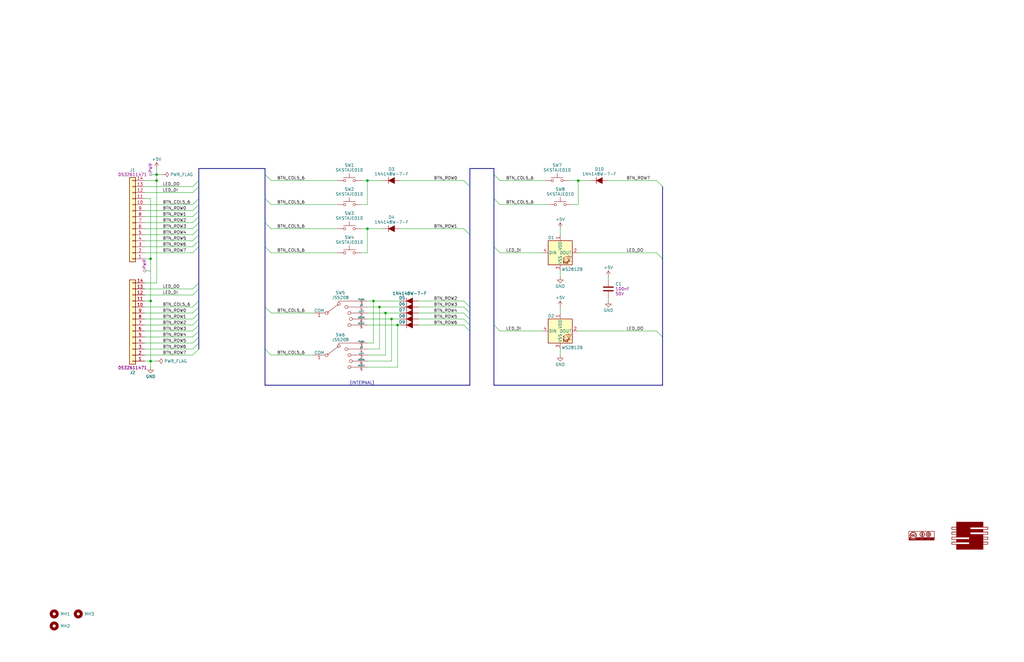
<source format=kicad_sch>
(kicad_sch (version 20230121) (generator eeschema)
  (paper "USLedger")
  (title_block (title "DIY GT Wheel Side Buttons Board") (date "2023-06-28") (rev "1.0a") (company "Electronya") (comment 1 "ENYA-SIMR-GTWL-PCSB"))
  (lib_symbols
    (symbol "ENYA_Bitmap:CC-BY-SA_Logo" (pin_names (offset 1.016)) (in_bom no))
    (symbol "ENYA_Bitmap:Electronya_Logo" (pin_names (offset 1.016)))
    (symbol "ENYA_Cap_Smd_50V:100nF_CER_0603_50V" (pin_numbers hide) (pin_names (offset 0.254))
      (property "Reference" "C" (at 0.635 2.54 0))
      (property "Capacitance" "100nF" (at 3.81 -2.54 0))
      (property "Voltage Rating" "50V" (at 0 0 0))
      (symbol "100nF_CER_0603_50V_1_1"
        (pin passive line (at 0 3.81 270) (length 2.794) (name "~") (number "1"))
        (pin passive line (at 0 -3.81 90) (length 2.794) (name "~") (number "2"))
      )
    )
    (symbol "ENYA_Connector_PicoBlade:PICO_BLADE_1x14_MALE_RA_SMD" (pin_names (offset 1.016) hide)
      (property "Reference" "J" (at 0 17.78 0))
      (property "Manufacturer Part Number" "0532611471" (at 0 0 0))
      (symbol "PICO_BLADE_1x14_MALE_RA_SMD_1_1"
        (pin passive line (at -5.08 15.24 0) (length 3.81) (name "Pin_1") (number "1"))
        (pin passive line (at -5.08 -7.62 0) (length 3.81) (name "Pin_10") (number "10"))
        (pin passive line (at -5.08 -10.16 0) (length 3.81) (name "Pin_11") (number "11"))
        (pin passive line (at -5.08 -12.7 0) (length 3.81) (name "Pin_12") (number "12"))
        (pin passive line (at -5.08 -15.24 0) (length 3.81) (name "Pin_13") (number "13"))
        (pin passive line (at -5.08 -17.78 0) (length 3.81) (name "Pin_14") (number "14"))
        (pin passive line (at -5.08 12.7 0) (length 3.81) (name "Pin_2") (number "2"))
        (pin passive line (at -5.08 10.16 0) (length 3.81) (name "Pin_3") (number "3"))
        (pin passive line (at -5.08 7.62 0) (length 3.81) (name "Pin_4") (number "4"))
        (pin passive line (at -5.08 5.08 0) (length 3.81) (name "Pin_5") (number "5"))
        (pin passive line (at -5.08 2.54 0) (length 3.81) (name "Pin_6") (number "6"))
        (pin passive line (at -5.08 0 0) (length 3.81) (name "Pin_7") (number "7"))
        (pin passive line (at -5.08 -2.54 0) (length 3.81) (name "Pin_8") (number "8"))
        (pin passive line (at -5.08 -5.08 0) (length 3.81) (name "Pin_9") (number "9"))
      )
    )
    (symbol "ENYA_Diode_LED:WS2812B" (pin_names (offset 0.254))
      (property "Reference" "D" (at 5.08 5.715 0))
      (property "Value" "WS2812B" (at 1.27 -5.715 0))
      (symbol "WS2812B_0_0"
        (text "RGB" (at 2.286 -4.191 0) (effects (font (size 0.762 0.762))))
      )
      (symbol "WS2812B_1_1"
        (pin power_in line (at 0 7.62 270) (length 2.54) (name "VDD") (number "1"))
        (pin output line (at 7.62 0 180) (length 2.54) (name "DOUT") (number "2"))
        (pin power_in line (at 0 -7.62 90) (length 2.54) (name "VSS") (number "3"))
        (pin input line (at -7.62 0 0) (length 2.54) (name "DIN") (number "4"))
      )
    )
    (symbol "ENYA_Diode_Rectifier:1N4148W-7-F_SOD-123" (pin_numbers hide) (pin_names (offset 1.016) hide)
      (property "Reference" "D" (at 0 2.54 0))
      (property "Value" "1N4148W-7-F" (at 0 -2.54 0))
      (symbol "1N4148W-7-F_SOD-123_1_1"
        (pin passive line (at -3.81 0 0) (length 2.54) (name "K") (number "1"))
        (pin passive line (at 3.81 0 180) (length 2.54) (name "A") (number "2"))
      )
    )
    (symbol "ENYA_Mechanical:MH-NPLTD-M3" (pin_names (offset 1.016)) (in_bom no)
      (property "Reference" "MH" (at 0 3.175 0))
    )
    (symbol "ENYA_Switch_Directional:JS5208_4_DIR_1_PUSH" (pin_names (offset 0))
      (property "Reference" "SW" (at 0 7.62 0))
      (property "Value" "JS5208" (at 0 -7.62 0))
      (symbol "JS5208_4_DIR_1_PUSH_1_1"
        (pin passive line (at -10.16 0 0) (length 5.08) (name "COM") (number "1"))
        (pin passive line (at 12.7 0 180) (length 5.08) (name "LEFT") (number "2"))
        (pin passive line (at 12.7 5.08 180) (length 5.08) (name "PUSH") (number "3"))
        (pin passive line (at 12.7 2.54 180) (length 5.08) (name "UP") (number "4"))
        (pin passive line (at 12.7 -5.08 180) (length 5.08) (name "RIGHT") (number "5"))
        (pin passive line (at 12.7 -2.54 180) (length 5.08) (name "DOWN") (number "6"))
      )
    )
    (symbol "ENYA_Switch_Push:SKSTAJE010_Tactile_7N" (pin_numbers hide) (pin_names (offset 1.016) hide)
      (property "Reference" "SW" (at 1.27 2.54 0))
      (property "Value" "SKSTAJE010" (at 0 -1.524 0))
      (symbol "SKSTAJE010_Tactile_7N_0_1"
        (pin passive line (at -5.08 0 0) (length 2.54) (name "1") (number "1"))
        (pin passive line (at 5.08 0 180) (length 2.54) (name "2") (number "2"))
      )
    )
    (symbol "power:+5V" (power) (pin_names (offset 0))
      (property "Value" "+5V" (at 0 3.556 0))
      (symbol "+5V_1_1"
        (pin power_in line (at 0 0 90) (length 0) hide (name "+5V") (number "1"))
      )
    )
    (symbol "power:GND" (power) (pin_names (offset 0))
      (property "Value" "GND" (at 0 -3.81 0))
      (symbol "GND_1_1"
        (pin power_in line (at 0 0 270) (length 0) hide (name "GND") (number "1"))
      )
    )
    (symbol "power:PWR_FLAG" (power) (pin_numbers hide) (pin_names (offset 0) hide)
      (property "Value" "PWR_FLAG" (at 0 3.81 0))
      (symbol "PWR_FLAG_0_0"
        (pin power_out line (at 0 0 90) (length 0) (name "pwr") (number "1"))
      )
    )
  )
  (bus_alias "INTERNAL" (members "LED_DI" "LED_DO" "BTN_COL5_6" "BTN_ROW0" "BTN_ROW1" "BTN_ROW2" "BTN_ROW3" "BTN_ROW4" "BTN_ROW5" "BTN_ROW6" "BTN_ROW7"))
  (junction (at 165.1 134.62))
  (junction (at 157.48 127))
  (junction (at 66.04 76.2))
  (junction (at 243.84 76.2))
  (junction (at 154.94 76.2))
  (junction (at 162.56 132.08))
  (junction (at 66.04 73.66))
  (junction (at 63.5 109.22))
  (junction (at 63.5 127))
  (junction (at 160.02 129.54))
  (junction (at 154.94 96.52))
  (junction (at 167.64 137.16))
  (junction (at 63.5 152.4))
  (bus_entry (at 276.86 139.7) (size 2.54 2.54))
  (bus_entry (at 208.28 83.82) (size 2.54 2.54))
  (bus_entry (at 111.76 129.54) (size 2.54 2.54))
  (bus_entry (at 195.58 132.08) (size 2.54 2.54))
  (bus_entry (at 195.58 127) (size 2.54 2.54))
  (bus_entry (at 111.76 83.82) (size 2.54 2.54))
  (bus_entry (at 81.28 134.62) (size 2.54 -2.54))
  (bus_entry (at 195.58 96.52) (size 2.54 2.54))
  (bus_entry (at 195.58 129.54) (size 2.54 2.54))
  (bus_entry (at 195.58 134.62) (size 2.54 2.54))
  (bus_entry (at 208.28 104.14) (size 2.54 2.54))
  (bus_entry (at 81.28 147.32) (size 2.54 -2.54))
  (bus_entry (at 81.28 137.16) (size 2.54 -2.54))
  (bus_entry (at 81.28 91.44) (size 2.54 -2.54))
  (bus_entry (at 276.86 106.68) (size 2.54 2.54))
  (bus_entry (at 81.28 104.14) (size 2.54 -2.54))
  (bus_entry (at 208.28 73.66) (size 2.54 2.54))
  (bus_entry (at 81.28 144.78) (size 2.54 -2.54))
  (bus_entry (at 81.28 142.24) (size 2.54 -2.54))
  (bus_entry (at 81.28 101.6) (size 2.54 -2.54))
  (bus_entry (at 81.28 78.74) (size 2.54 -2.54))
  (bus_entry (at 276.86 76.2) (size 2.54 2.54))
  (bus_entry (at 208.28 137.16) (size 2.54 2.54))
  (bus_entry (at 81.28 124.46) (size 2.54 -2.54))
  (bus_entry (at 81.28 132.08) (size 2.54 -2.54))
  (bus_entry (at 81.28 106.68) (size 2.54 -2.54))
  (bus_entry (at 81.28 96.52) (size 2.54 -2.54))
  (bus_entry (at 81.28 121.92) (size 2.54 -2.54))
  (bus_entry (at 81.28 86.36) (size 2.54 -2.54))
  (bus_entry (at 195.58 76.2) (size 2.54 2.54))
  (bus_entry (at 81.28 88.9) (size 2.54 -2.54))
  (bus_entry (at 111.76 93.98) (size 2.54 2.54))
  (bus_entry (at 111.76 104.14) (size 2.54 2.54))
  (bus_entry (at 195.58 137.16) (size 2.54 2.54))
  (bus_entry (at 81.28 81.28) (size 2.54 -2.54))
  (bus_entry (at 81.28 99.06) (size 2.54 -2.54))
  (bus_entry (at 81.28 139.7) (size 2.54 -2.54))
  (bus_entry (at 111.76 147.32) (size 2.54 2.54))
  (bus_entry (at 81.28 129.54) (size 2.54 -2.54))
  (bus_entry (at 81.28 149.86) (size 2.54 -2.54))
  (bus_entry (at 111.76 73.66) (size 2.54 2.54))
  (bus_entry (at 81.28 93.98) (size 2.54 -2.54))
  (wire (pts (xy 63.5 152.4) (xy 63.5 154.94)))
  (wire (pts (xy 210.82 86.36) (xy 231.14 86.36)))
  (bus (pts (xy 83.82 147.32) (xy 83.82 144.78)))
  (wire (pts (xy 168.91 96.52) (xy 195.58 96.52)))
  (bus (pts (xy 208.28 137.16) (xy 208.28 162.56)))
  (wire (pts (xy 60.96 127) (xy 63.5 127)))
  (bus (pts (xy 83.82 88.9) (xy 83.82 86.36)))
  (wire (pts (xy 60.96 121.92) (xy 81.28 121.92)))
  (wire (pts (xy 154.94 129.54) (xy 160.02 129.54)))
  (wire (pts (xy 60.96 86.36) (xy 81.28 86.36)))
  (wire (pts (xy 60.96 81.28) (xy 81.28 81.28)))
  (wire (pts (xy 154.94 137.16) (xy 167.64 137.16)))
  (bus (pts (xy 83.82 96.52) (xy 83.82 93.98)))
  (wire (pts (xy 157.48 144.78) (xy 157.48 127)))
  (wire (pts (xy 63.5 109.22) (xy 63.5 127)))
  (wire (pts (xy 152.4 106.68) (xy 154.94 106.68)))
  (bus (pts (xy 83.82 101.6) (xy 83.82 99.06)))
  (wire (pts (xy 63.5 152.4) (xy 66.04 152.4)))
  (bus (pts (xy 279.4 78.74) (xy 279.4 109.22)))
  (wire (pts (xy 210.82 76.2) (xy 229.87 76.2)))
  (bus (pts (xy 83.82 121.92) (xy 83.82 119.38)))
  (wire (pts (xy 66.04 76.2) (xy 66.04 119.38)))
  (wire (pts (xy 60.96 109.22) (xy 63.5 109.22)))
  (wire (pts (xy 60.96 78.74) (xy 81.28 78.74)))
  (wire (pts (xy 63.5 83.82) (xy 63.5 109.22)))
  (wire (pts (xy 165.1 152.4) (xy 165.1 134.62)))
  (wire (pts (xy 60.96 93.98) (xy 81.28 93.98)))
  (wire (pts (xy 154.94 134.62) (xy 165.1 134.62)))
  (wire (pts (xy 236.22 129.54) (xy 236.22 132.08)))
  (bus (pts (xy 83.82 127) (xy 83.82 121.92)))
  (wire (pts (xy 256.54 76.2) (xy 276.86 76.2)))
  (wire (pts (xy 243.84 76.2) (xy 243.84 86.36)))
  (wire (pts (xy 160.02 129.54) (xy 168.91 129.54)))
  (bus (pts (xy 83.82 93.98) (xy 83.82 91.44)))
  (bus (pts (xy 83.82 78.74) (xy 83.82 76.2)))
  (wire (pts (xy 236.22 96.52) (xy 236.22 99.06)))
  (wire (pts (xy 60.96 83.82) (xy 63.5 83.82)))
  (wire (pts (xy 154.94 152.4) (xy 165.1 152.4)))
  (bus (pts (xy 83.82 132.08) (xy 83.82 129.54)))
  (wire (pts (xy 60.96 142.24) (xy 81.28 142.24)))
  (bus (pts (xy 83.82 71.12) (xy 111.76 71.12)))
  (bus (pts (xy 279.4 109.22) (xy 279.4 142.24)))
  (wire (pts (xy 60.96 152.4) (xy 63.5 152.4)))
  (wire (pts (xy 66.04 119.38) (xy 60.96 119.38)))
  (bus (pts (xy 83.82 142.24) (xy 83.82 139.7)))
  (wire (pts (xy 66.04 73.66) (xy 68.58 73.66)))
  (bus (pts (xy 111.76 93.98) (xy 111.76 104.14)))
  (wire (pts (xy 162.56 149.86) (xy 162.56 132.08)))
  (wire (pts (xy 152.4 76.2) (xy 154.94 76.2)))
  (wire (pts (xy 154.94 144.78) (xy 157.48 144.78)))
  (wire (pts (xy 60.96 139.7) (xy 81.28 139.7)))
  (bus (pts (xy 208.28 104.14) (xy 208.28 137.16)))
  (bus (pts (xy 83.82 91.44) (xy 83.82 88.9)))
  (bus (pts (xy 83.82 134.62) (xy 83.82 132.08)))
  (bus (pts (xy 111.76 104.14) (xy 111.76 129.54)))
  (wire (pts (xy 60.96 106.68) (xy 81.28 106.68)))
  (wire (pts (xy 60.96 129.54) (xy 81.28 129.54)))
  (wire (pts (xy 114.3 86.36) (xy 142.24 86.36)))
  (wire (pts (xy 154.94 147.32) (xy 160.02 147.32)))
  (bus (pts (xy 83.82 86.36) (xy 83.82 83.82)))
  (wire (pts (xy 167.64 137.16) (xy 168.91 137.16)))
  (wire (pts (xy 114.3 76.2) (xy 142.24 76.2)))
  (wire (pts (xy 66.04 73.66) (xy 66.04 76.2)))
  (wire (pts (xy 157.48 127) (xy 168.91 127)))
  (wire (pts (xy 236.22 147.32) (xy 236.22 149.86)))
  (bus (pts (xy 111.76 73.66) (xy 111.76 83.82)))
  (bus (pts (xy 198.12 137.16) (xy 198.12 134.62)))
  (bus (pts (xy 198.12 71.12) (xy 208.28 71.12)))
  (bus (pts (xy 83.82 104.14) (xy 83.82 101.6)))
  (wire (pts (xy 60.96 137.16) (xy 81.28 137.16)))
  (bus (pts (xy 83.82 119.38) (xy 83.82 104.14)))
  (wire (pts (xy 241.3 86.36) (xy 243.84 86.36)))
  (bus (pts (xy 198.12 129.54) (xy 198.12 99.06)))
  (bus (pts (xy 83.82 144.78) (xy 83.82 142.24)))
  (wire (pts (xy 114.3 96.52) (xy 142.24 96.52)))
  (wire (pts (xy 60.96 88.9) (xy 81.28 88.9)))
  (wire (pts (xy 152.4 86.36) (xy 154.94 86.36)))
  (wire (pts (xy 236.22 114.3) (xy 236.22 116.84)))
  (wire (pts (xy 176.53 127) (xy 195.58 127)))
  (bus (pts (xy 83.82 99.06) (xy 83.82 96.52)))
  (wire (pts (xy 60.96 147.32) (xy 81.28 147.32)))
  (bus (pts (xy 111.76 162.56) (xy 198.12 162.56)))
  (bus (pts (xy 111.76 129.54) (xy 111.76 147.32)))
  (bus (pts (xy 83.82 137.16) (xy 83.82 134.62)))
  (wire (pts (xy 162.56 132.08) (xy 168.91 132.08)))
  (wire (pts (xy 243.84 139.7) (xy 276.86 139.7)))
  (bus (pts (xy 83.82 139.7) (xy 83.82 137.16)))
  (wire (pts (xy 114.3 106.68) (xy 142.24 106.68)))
  (wire (pts (xy 176.53 132.08) (xy 195.58 132.08)))
  (bus (pts (xy 208.28 83.82) (xy 208.28 104.14)))
  (wire (pts (xy 60.96 149.86) (xy 81.28 149.86)))
  (bus (pts (xy 83.82 83.82) (xy 83.82 78.74)))
  (wire (pts (xy 176.53 137.16) (xy 195.58 137.16)))
  (wire (pts (xy 160.02 147.32) (xy 160.02 129.54)))
  (wire (pts (xy 60.96 132.08) (xy 81.28 132.08)))
  (wire (pts (xy 154.94 154.94) (xy 167.64 154.94)))
  (wire (pts (xy 114.3 132.08) (xy 132.08 132.08)))
  (wire (pts (xy 154.94 127) (xy 157.48 127)))
  (wire (pts (xy 165.1 134.62) (xy 168.91 134.62)))
  (wire (pts (xy 114.3 149.86) (xy 132.08 149.86)))
  (bus (pts (xy 208.28 71.12) (xy 208.28 73.66)))
  (bus (pts (xy 111.76 147.32) (xy 111.76 162.56)))
  (wire (pts (xy 66.04 71.12) (xy 66.04 73.66)))
  (wire (pts (xy 63.5 127) (xy 63.5 152.4)))
  (wire (pts (xy 256.54 125.73) (xy 256.54 127)))
  (bus (pts (xy 111.76 71.12) (xy 111.76 73.66)))
  (wire (pts (xy 154.94 76.2) (xy 154.94 86.36)))
  (wire (pts (xy 60.96 134.62) (xy 81.28 134.62)))
  (bus (pts (xy 111.76 83.82) (xy 111.76 93.98)))
  (wire (pts (xy 256.54 116.84) (xy 256.54 118.11)))
  (wire (pts (xy 210.82 139.7) (xy 228.6 139.7)))
  (wire (pts (xy 176.53 134.62) (xy 195.58 134.62)))
  (wire (pts (xy 60.96 104.14) (xy 81.28 104.14)))
  (wire (pts (xy 60.96 101.6) (xy 81.28 101.6)))
  (bus (pts (xy 198.12 139.7) (xy 198.12 137.16)))
  (bus (pts (xy 198.12 78.74) (xy 198.12 71.12)))
  (wire (pts (xy 167.64 154.94) (xy 167.64 137.16)))
  (bus (pts (xy 83.82 129.54) (xy 83.82 127)))
  (wire (pts (xy 210.82 106.68) (xy 228.6 106.68)))
  (bus (pts (xy 198.12 132.08) (xy 198.12 129.54)))
  (wire (pts (xy 154.94 132.08) (xy 162.56 132.08)))
  (bus (pts (xy 198.12 162.56) (xy 198.12 139.7)))
  (wire (pts (xy 60.96 99.06) (xy 81.28 99.06)))
  (bus (pts (xy 279.4 142.24) (xy 279.4 162.56)))
  (bus (pts (xy 198.12 134.62) (xy 198.12 132.08)))
  (wire (pts (xy 243.84 106.68) (xy 276.86 106.68)))
  (bus (pts (xy 208.28 73.66) (xy 208.28 83.82)))
  (wire (pts (xy 152.4 96.52) (xy 154.94 96.52)))
  (wire (pts (xy 240.03 76.2) (xy 243.84 76.2)))
  (wire (pts (xy 243.84 76.2) (xy 248.92 76.2)))
  (bus (pts (xy 198.12 99.06) (xy 198.12 78.74)))
  (bus (pts (xy 83.82 76.2) (xy 83.82 71.12)))
  (wire (pts (xy 154.94 76.2) (xy 161.29 76.2)))
  (wire (pts (xy 60.96 144.78) (xy 81.28 144.78)))
  (bus (pts (xy 208.28 162.56) (xy 279.4 162.56)))
  (wire (pts (xy 154.94 96.52) (xy 161.29 96.52)))
  (wire (pts (xy 60.96 96.52) (xy 81.28 96.52)))
  (wire (pts (xy 154.94 96.52) (xy 154.94 106.68)))
  (wire (pts (xy 176.53 129.54) (xy 195.58 129.54)))
  (wire (pts (xy 60.96 76.2) (xy 66.04 76.2)))
  (wire (pts (xy 154.94 149.86) (xy 162.56 149.86)))
  (wire (pts (xy 60.96 124.46) (xy 81.28 124.46)))
  (wire (pts (xy 168.91 76.2) (xy 195.58 76.2)))
  (wire (pts (xy 60.96 91.44) (xy 81.28 91.44)))
  (label "{INTERNAL}" (at 147.32 162.56 0))
  (label "BTN_COL5_6" (at 116.84 149.86 0))
  (label "BTN_ROW0" (at 68.58 88.9 0))
  (label "BTN_ROW3" (at 182.88 129.54 0))
  (label "BTN_ROW4" (at 68.58 142.24 0))
  (label "BTN_ROW2" (at 182.88 127 0))
  (label "BTN_COL5_6" (at 116.84 76.2 0))
  (label "BTN_ROW3" (at 68.58 139.7 0))
  (label "BTN_COL5_6" (at 68.58 86.36 0))
  (label "BTN_COL5_6" (at 116.84 96.52 0))
  (label "BTN_ROW6" (at 182.88 137.16 0))
  (label "BTN_ROW7" (at 264.16 76.2 0))
  (label "BTN_ROW1" (at 68.58 91.44 0))
  (label "BTN_COL5_6" (at 116.84 106.68 0))
  (label "LED_DO" (at 68.58 78.74 0))
  (label "LED_DI" (at 68.58 124.46 0))
  (label "BTN_ROW7" (at 68.58 149.86 0))
  (label "BTN_COL5_6" (at 116.84 132.08 0))
  (label "BTN_COL5_6" (at 213.36 76.2 0))
  (label "LED_DO" (at 68.58 121.92 0))
  (label "LED_DO" (at 264.16 106.68 0))
  (label "BTN_ROW4" (at 68.58 99.06 0))
  (label "BTN_COL5_6" (at 213.36 86.36 0))
  (label "LED_DI" (at 68.58 81.28 0))
  (label "BTN_ROW2" (at 68.58 93.98 0))
  (label "BTN_ROW1" (at 68.58 134.62 0))
  (label "BTN_ROW5" (at 182.88 134.62 0))
  (label "BTN_ROW3" (at 68.58 96.52 0))
  (label "BTN_ROW0" (at 68.58 132.08 0))
  (label "BTN_ROW6" (at 68.58 147.32 0))
  (label "LED_DO" (at 264.16 139.7 0))
  (label "BTN_ROW5" (at 68.58 101.6 0))
  (label "LED_DI" (at 213.36 139.7 0))
  (label "BTN_ROW6" (at 68.58 104.14 0))
  (label "BTN_COL5_6" (at 116.84 86.36 0))
  (label "BTN_ROW5" (at 68.58 144.78 0))
  (label "BTN_ROW4" (at 182.88 132.08 0))
  (label "BTN_ROW2" (at 68.58 137.16 0))
  (label "BTN_COL5_6" (at 68.58 129.54 0))
  (label "BTN_ROW7" (at 68.58 106.68 0))
  (label "BTN_ROW0" (at 182.88 76.2 0))
  (label "BTN_ROW1" (at 182.88 96.52 0))
  (label "LED_DI" (at 213.36 106.68 0))
  (netclass_flag "" (length 2.54) (shape round) (at 63.5 114.3 90) (property "Netclass" "PWR" (at 60.96 113.6904 90) (effects (font italic) (justify left))))
  (netclass_flag "" (length 2.54) (shape round) (at 66.04 73.66 90) (property "Netclass" "PWR" (at 63.5 73.0504 90) (effects (font italic) (justify left))))
  (symbol (lib_id "power:GND") (at 236.22 116.84 0) (unit 1)
    (property "Reference" "#PWR05" (effects hide))
    (property "Value" "GND" (at 236.22 120.785 0))
  )
  (symbol (lib_id "ENYA_Switch_Directional:JS5208_4_DIR_1_PUSH") (at 142.24 132.08 0) (unit 1)
    (property "Reference" "SW5" (at 143.51 123.547 0))
    (property "Value" "JS5208" (at 143.51 125.595 0))
    (property "Footprint" "ENYA_Switch_Directional:JS5208_4_DIR_1_PUSH" (effects hide))
    (property "Datasheet" "https://media.digikey.com/PDF/Data%20Sheets/E-Switch%20PDFs/JS5208%20Series.pdf" (effects hide))
    (property "Manufacturer" "E-Switch" (effects hide))
    (property "Manufacturer PArt Number" "JS5208" (effects hide))
    (property "Digi-Key Part Number" "EG4561-ND" (effects hide))
  )
  (symbol (lib_id "power:PWR_FLAG") (at 66.04 152.4 270) (unit 1)
    (property "Reference" "#FLG02" (effects hide))
    (property "Value" "PWR_FLAG" (at 69.215 152.4 90) (effects (justify left)))
  )
  (symbol (lib_id "power:GND") (at 63.5 154.94 0) (unit 1)
    (property "Reference" "#PWR02" (effects hide))
    (property "Value" "GND" (at 63.5 158.885 0))
  )
  (symbol (lib_id "ENYA_Connector_PicoBlade:PICO_BLADE_1x14_MALE_RA_SMD") (at 55.88 137.16 180) (unit 1)
    (property "Reference" "J2" (at 55.88 157.25 0))
    (property "Value" "PICO_BLADE_1x14_MALE_RA_SMD" (effects hide))
    (property "Footprint" "ENYA_Connector_PicoBlade:PICO_BLADE_53261_1x14_SMD_RA_1.25MM" (effects hide))
    (property "Datasheet" "https://tools.molex.com/pdm_docs/sd/532611471_sd.pdf" (effects hide))
    (property "Manufacturer" "Molex" (effects hide))
    (property "Manufacturer Part Number" "0532611471" (at 55.88 155.202 0))
    (property "Digi-Key Part Number" "WM7631CT-ND" (effects hide))
  )
  (symbol (lib_id "ENYA_Switch_Push:SKSTAJE010_Tactile_7N") (at 236.22 86.36 0) (unit 1)
    (property "Reference" "SW8" (at 236.22 79.859 0))
    (property "Value" "SKSTAJE010" (at 236.22 81.907 0))
    (property "Footprint" "ENYA_Switch_Push:SKSTAJE_Alps_SPST" (effects hide))
    (property "Datasheet" "https://www.mouser.ca/datasheet/2/15/Alpsalpine_02222023_PD_TSW_SKSTAJE_010_a2a85bcd9f-3105218.pdf" (effects hide))
    (property "Manufacturer" "Alps Alpine" (effects hide))
    (property "Manufacturer Part Number" "SKSTAJE010" (effects hide))
    (property "Mouser Part Number" "688-SKSTAJE010" (effects hide))
  )
  (symbol (lib_id "ENYA_Mechanical:MH-NPLTD-M3") (at 33.02 259.08 0) (unit 1) (in_bom no)
    (property "Reference" "MH3" (at 35.56 259.08 0) (effects (justify left)))
    (property "Value" "MH-NPLTD-M3" (effects hide))
    (property "Footprint" "MountingHole:MountingHole_3.2mm_M3_DIN965" (effects hide))
  )
  (symbol (lib_id "ENYA_Bitmap:CC-BY-SA_Logo") (at 388.62 226.06 0) (unit 1) (in_bom no)
    (property "Reference" "G2" (effects hide))
    (property "Value" "CC-BY-SA_Logo" (effects hide))
    (property "Footprint" "ENYA_Bitmap:CC-BY-SA_12MM" (effects hide))
  )
  (symbol (lib_id "power:PWR_FLAG") (at 68.58 73.66 270) (unit 1)
    (property "Reference" "#FLG01" (effects hide))
    (property "Value" "PWR_FLAG" (at 71.755 73.66 90) (effects (justify left)))
  )
  (symbol (lib_id "ENYA_Switch_Push:SKSTAJE010_Tactile_7N") (at 234.95 76.2 0) (unit 1)
    (property "Reference" "SW7" (at 234.95 69.699 0))
    (property "Value" "SKSTAJE010" (at 234.95 71.747 0))
    (property "Footprint" "ENYA_Switch_Push:SKSTAJE_Alps_SPST" (effects hide))
    (property "Datasheet" "https://www.mouser.ca/datasheet/2/15/Alpsalpine_02222023_PD_TSW_SKSTAJE_010_a2a85bcd9f-3105218.pdf" (effects hide))
    (property "Manufacturer" "Alps Alpine" (effects hide))
    (property "Manufacturer Part Number" "SKSTAJE010" (effects hide))
    (property "Mouser Part Number" "688-SKSTAJE010" (effects hide))
  )
  (symbol (lib_id "ENYA_Diode_LED:WS2812B") (at 236.22 106.68 0) (unit 1)
    (property "Reference" "D1" (at 232.41 100.33 0))
    (property "Value" "WS2812B" (at 241.3 113.665 0))
    (property "Footprint" "LED_SMD:LED_WS2812B_PLCC4_5.0x5.0mm_P3.2mm" (effects hide))
    (property "Datasheet" "https://cdn-shop.adafruit.com/datasheets/WS2812B.pdf" (effects hide))
    (property "Manufacturer" "Adafruit Industries LLC" (effects hide))
    (property "Manaufacturer Part Number" "4684" (effects hide))
    (property "Digi-Key Part Number" "1528-4684-ND" (effects hide))
  )
  (symbol (lib_id "ENYA_Diode_Rectifier:1N4148W-7-F_SOD-123") (at 172.72 137.16 0) (unit 1)
    (property "Reference" "D9" (at 169.545 135.89 0))
    (property "Value" "1N4148W-7-F" (effects hide))
    (property "Footprint" "Diode_SMD:D_SOD-123" (effects hide))
    (property "Datasheet" "https://www.diodes.com/assets/Datasheets/ds30086.pdf" (effects hide))
    (property "Manufacturer" "Diodes Incorporated" (effects hide))
    (property "Manufacturer Part Number" "1N4148W-7-F" (effects hide))
    (property "Digi-Key Part Number" "1N4148W-FDICT-ND" (effects hide))
  )
  (symbol (lib_id "ENYA_Diode_LED:WS2812B") (at 236.22 139.7 0) (unit 1)
    (property "Reference" "D2" (at 232.41 133.35 0))
    (property "Value" "WS2812B" (at 241.3 146.685 0))
    (property "Footprint" "LED_SMD:LED_WS2812B_PLCC4_5.0x5.0mm_P3.2mm" (effects hide))
    (property "Datasheet" "https://cdn-shop.adafruit.com/datasheets/WS2812B.pdf" (effects hide))
    (property "Manufacturer" "Adafruit Industries LLC" (effects hide))
    (property "Manaufacturer Part Number" "4684" (effects hide))
    (property "Digi-Key Part Number" "1528-4684-ND" (effects hide))
  )
  (symbol (lib_id "power:GND") (at 256.54 127 0) (unit 1)
    (property "Reference" "#PWR08" (effects hide))
    (property "Value" "GND" (at 256.54 130.945 0))
  )
  (symbol (lib_id "power:GND") (at 236.22 149.86 0) (unit 1)
    (property "Reference" "#PWR06" (effects hide))
    (property "Value" "GND" (at 236.22 153.805 0))
  )
  (symbol (lib_id "ENYA_Mechanical:MH-NPLTD-M3") (at 22.86 264.16 0) (unit 1) (in_bom no)
    (property "Reference" "MH2" (at 25.4 264.16 0) (effects (justify left)))
    (property "Value" "MH-NPLTD-M3" (effects hide))
    (property "Footprint" "MountingHole:MountingHole_3.2mm_M3_DIN965" (effects hide))
  )
  (symbol (lib_id "ENYA_Diode_Rectifier:1N4148W-7-F_SOD-123") (at 165.1 76.2 0) (unit 1)
    (property "Reference" "D3" (at 165.1 71.3754 0))
    (property "Value" "1N4148W-7-F" (at 165.1 73.4234 0))
    (property "Footprint" "Diode_SMD:D_SOD-123" (effects hide))
    (property "Datasheet" "https://www.diodes.com/assets/Datasheets/ds30086.pdf" (effects hide))
    (property "Manufacturer" "Diodes Incorporated" (effects hide))
    (property "Manufacturer Part Number" "1N4148W-7-F" (effects hide))
    (property "Digi-Key Part Number" "1N4148W-FDICT-ND" (effects hide))
  )
  (symbol (lib_id "ENYA_Diode_Rectifier:1N4148W-7-F_SOD-123") (at 252.73 76.2 0) (unit 1)
    (property "Reference" "D10" (at 252.73 71.3754 0))
    (property "Value" "1N4148W-7-F" (at 252.73 73.4234 0))
    (property "Footprint" "Diode_SMD:D_SOD-123" (effects hide))
    (property "Datasheet" "https://www.diodes.com/assets/Datasheets/ds30086.pdf" (effects hide))
    (property "Manufacturer" "Diodes Incorporated" (effects hide))
    (property "Manufacturer Part Number" "1N4148W-7-F" (effects hide))
    (property "Digi-Key Part Number" "1N4148W-FDICT-ND" (effects hide))
  )
  (symbol (lib_id "ENYA_Diode_Rectifier:1N4148W-7-F_SOD-123") (at 172.72 132.08 0) (unit 1)
    (property "Reference" "D7" (at 169.545 130.81 0))
    (property "Value" "1N4148W-7-F" (effects hide))
    (property "Footprint" "Diode_SMD:D_SOD-123" (effects hide))
    (property "Datasheet" "https://www.diodes.com/assets/Datasheets/ds30086.pdf" (effects hide))
    (property "Manufacturer" "Diodes Incorporated" (effects hide))
    (property "Manufacturer Part Number" "1N4148W-7-F" (effects hide))
    (property "Digi-Key Part Number" "1N4148W-FDICT-ND" (effects hide))
  )
  (symbol (lib_id "ENYA_Connector_PicoBlade:PICO_BLADE_1x14_MALE_RA_SMD") (at 55.88 93.98 180) (unit 1)
    (property "Reference" "J1" (at 55.88 71.755 0))
    (property "Value" "PICO_BLADE_1x14_MALE_RA_SMD" (effects hide))
    (property "Footprint" "ENYA_Connector_PicoBlade:PICO_BLADE_53261_1x14_SMD_RA_1.25MM" (effects hide))
    (property "Datasheet" "https://tools.molex.com/pdm_docs/sd/532611471_sd.pdf" (effects hide))
    (property "Manufacturer" "Molex" (effects hide))
    (property "Manufacturer Part Number" "0532611471" (at 55.88 73.66 0))
    (property "Digi-Key Part Number" "WM7631CT-ND" (effects hide))
  )
  (symbol (lib_id "power:+5V") (at 236.22 129.54 0) (unit 1)
    (property "Reference" "#PWR03" (effects hide))
    (property "Value" "+5V" (at 236.22 125.595 0))
  )
  (symbol (lib_id "ENYA_Bitmap:Electronya_Logo") (at 408.94 226.06 0) (unit 1)
    (property "Reference" "G1" (effects hide))
    (property "Value" "Electronya_Logo" (effects hide))
    (property "Footprint" "ENYA_Bitmap:Electronya_Logo_12MM" (effects hide))
  )
  (symbol (lib_id "ENYA_Cap_Smd_50V:100nF_CER_0603_50V") (at 256.54 121.92 0) (unit 1)
    (property "Reference" "C1" (at 259.461 119.872 0) (effects (justify left)))
    (property "Value" "100nF_CER_0603_50V" (effects hide))
    (property "Footprint" "Capacitor_SMD:C_0603_1608Metric" (effects hide))
    (property "Manufacturer" "AVX Corporation" (effects hide))
    (property "Manufacturer Part Number" "06033D104MAT2A" (effects hide))
    (property "Digi-Key Part Number" "478-7905-1-ND" (effects hide))
    (property "Capacitance" "100nF" (at 259.461 121.92 0) (effects (justify left)))
    (property "Voltage Rating" "50V" (at 259.461 123.968 0) (effects (justify left)))
  )
  (symbol (lib_id "power:+5V") (at 236.22 96.52 0) (unit 1)
    (property "Reference" "#PWR04" (effects hide))
    (property "Value" "+5V" (at 236.22 92.575 0))
  )
  (symbol (lib_id "ENYA_Diode_Rectifier:1N4148W-7-F_SOD-123") (at 165.1 96.52 0) (unit 1)
    (property "Reference" "D4" (at 165.1 91.6954 0))
    (property "Value" "1N4148W-7-F" (at 165.1 93.7434 0))
    (property "Footprint" "Diode_SMD:D_SOD-123" (effects hide))
    (property "Datasheet" "https://www.diodes.com/assets/Datasheets/ds30086.pdf" (effects hide))
    (property "Manufacturer" "Diodes Incorporated" (effects hide))
    (property "Manufacturer Part Number" "1N4148W-7-F" (effects hide))
    (property "Digi-Key Part Number" "1N4148W-FDICT-ND" (effects hide))
  )
  (symbol (lib_id "ENYA_Switch_Push:SKSTAJE010_Tactile_7N") (at 147.32 86.36 0) (unit 1)
    (property "Reference" "SW2" (at 147.32 79.859 0))
    (property "Value" "SKSTAJE010" (at 147.32 81.907 0))
    (property "Footprint" "ENYA_Switch_Push:SKSTAJE_Alps_SPST" (effects hide))
    (property "Datasheet" "https://www.mouser.ca/datasheet/2/15/Alpsalpine_02222023_PD_TSW_SKSTAJE_010_a2a85bcd9f-3105218.pdf" (effects hide))
    (property "Manufacturer" "Alps Alpine" (effects hide))
    (property "Manufacturer Part Number" "SKSTAJE010" (effects hide))
    (property "Mouser Part Number" "688-SKSTAJE010" (effects hide))
  )
  (symbol (lib_id "ENYA_Diode_Rectifier:1N4148W-7-F_SOD-123") (at 172.72 129.54 0) (unit 1)
    (property "Reference" "D6" (at 169.545 128.27 0))
    (property "Value" "1N4148W-7-F" (effects hide))
    (property "Footprint" "Diode_SMD:D_SOD-123" (effects hide))
    (property "Datasheet" "https://www.diodes.com/assets/Datasheets/ds30086.pdf" (effects hide))
    (property "Manufacturer" "Diodes Incorporated" (effects hide))
    (property "Manufacturer Part Number" "1N4148W-7-F" (effects hide))
    (property "Digi-Key Part Number" "1N4148W-FDICT-ND" (effects hide))
  )
  (symbol (lib_id "ENYA_Mechanical:MH-NPLTD-M3") (at 22.86 259.08 0) (unit 1) (in_bom no)
    (property "Reference" "MH1" (at 25.4 259.08 0) (effects (justify left)))
    (property "Value" "MH-NPLTD-M3" (effects hide))
    (property "Footprint" "MountingHole:MountingHole_3.2mm_M3_DIN965" (effects hide))
  )
  (symbol (lib_id "ENYA_Diode_Rectifier:1N4148W-7-F_SOD-123") (at 172.72 134.62 0) (unit 1)
    (property "Reference" "D8" (at 169.545 133.35 0))
    (property "Value" "1N4148W-7-F" (effects hide))
    (property "Footprint" "Diode_SMD:D_SOD-123" (effects hide))
    (property "Datasheet" "https://www.diodes.com/assets/Datasheets/ds30086.pdf" (effects hide))
    (property "Manufacturer" "Diodes Incorporated" (effects hide))
    (property "Manufacturer Part Number" "1N4148W-7-F" (effects hide))
    (property "Digi-Key Part Number" "1N4148W-FDICT-ND" (effects hide))
  )
  (symbol (lib_id "ENYA_Switch_Directional:JS5208_4_DIR_1_PUSH") (at 142.24 149.86 0) (unit 1)
    (property "Reference" "SW6" (at 143.51 141.327 0))
    (property "Value" "JS5208" (at 143.51 143.375 0))
    (property "Footprint" "ENYA_Switch_Directional:JS5208_4_DIR_1_PUSH" (effects hide))
    (property "Datasheet" "https://media.digikey.com/PDF/Data%20Sheets/E-Switch%20PDFs/JS5208%20Series.pdf" (effects hide))
    (property "Manufacturer" "E-Switch" (effects hide))
    (property "Manufacturer PArt Number" "JS5208" (effects hide))
    (property "Digi-Key Part Number" "EG4561-ND" (effects hide))
  )
  (symbol (lib_id "ENYA_Switch_Push:SKSTAJE010_Tactile_7N") (at 147.32 76.2 0) (unit 1)
    (property "Reference" "SW1" (at 147.32 69.699 0))
    (property "Value" "SKSTAJE010" (at 147.32 71.747 0))
    (property "Footprint" "ENYA_Switch_Push:SKSTAJE_Alps_SPST" (effects hide))
    (property "Datasheet" "https://www.mouser.ca/datasheet/2/15/Alpsalpine_02222023_PD_TSW_SKSTAJE_010_a2a85bcd9f-3105218.pdf" (effects hide))
    (property "Manufacturer" "Alps Alpine" (effects hide))
    (property "Manufacturer Part Number" "SKSTAJE010" (effects hide))
    (property "Mouser Part Number" "688-SKSTAJE010" (effects hide))
  )
  (symbol (lib_id "ENYA_Switch_Push:SKSTAJE010_Tactile_7N") (at 147.32 96.52 0) (unit 1)
    (property "Reference" "SW3" (at 147.32 90.019 0))
    (property "Value" "SKSTAJE010" (at 147.32 92.067 0))
    (property "Footprint" "ENYA_Switch_Push:SKSTAJE_Alps_SPST" (effects hide))
    (property "Datasheet" "https://www.mouser.ca/datasheet/2/15/Alpsalpine_02222023_PD_TSW_SKSTAJE_010_a2a85bcd9f-3105218.pdf" (effects hide))
    (property "Manufacturer" "Alps Alpine" (effects hide))
    (property "Manufacturer Part Number" "SKSTAJE010" (effects hide))
    (property "Mouser Part Number" "688-SKSTAJE010" (effects hide))
  )
  (symbol (lib_id "power:+5V") (at 66.04 71.12 0) (unit 1)
    (property "Reference" "#PWR01" (effects hide))
    (property "Value" "+5V" (at 66.04 67.175 0))
  )
  (symbol (lib_id "ENYA_Diode_Rectifier:1N4148W-7-F_SOD-123") (at 172.72 127 0) (unit 1)
    (property "Reference" "D5" (at 169.545 125.73 0))
    (property "Value" "1N4148W-7-F" (at 172.72 123.825 0))
    (property "Footprint" "Diode_SMD:D_SOD-123" (effects hide))
    (property "Datasheet" "https://www.diodes.com/assets/Datasheets/ds30086.pdf" (effects hide))
    (property "Manufacturer" "Diodes Incorporated" (effects hide))
    (property "Manufacturer Part Number" "1N4148W-7-F" (effects hide))
    (property "Digi-Key Part Number" "1N4148W-FDICT-ND" (effects hide))
  )
  (symbol (lib_id "power:+5V") (at 256.54 116.84 0) (unit 1)
    (property "Reference" "#PWR07" (effects hide))
    (property "Value" "+5V" (at 256.54 112.895 0))
  )
  (symbol (lib_id "ENYA_Switch_Push:SKSTAJE010_Tactile_7N") (at 147.32 106.68 0) (unit 1)
    (property "Reference" "SW4" (at 147.32 100.179 0))
    (property "Value" "SKSTAJE010" (at 147.32 102.227 0))
    (property "Footprint" "ENYA_Switch_Push:SKSTAJE_Alps_SPST" (effects hide))
    (property "Datasheet" "https://www.mouser.ca/datasheet/2/15/Alpsalpine_02222023_PD_TSW_SKSTAJE_010_a2a85bcd9f-3105218.pdf" (effects hide))
    (property "Manufacturer" "Alps Alpine" (effects hide))
    (property "Manufacturer Part Number" "SKSTAJE010" (effects hide))
    (property "Mouser Part Number" "688-SKSTAJE010" (effects hide))
  )
)
</source>
